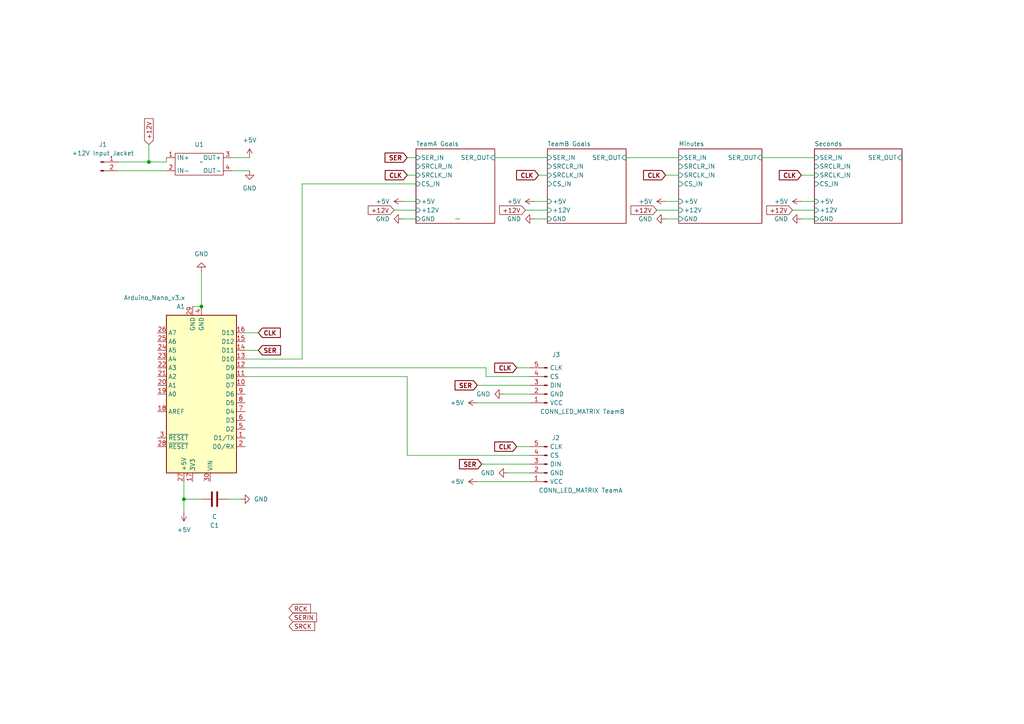
<source format=kicad_sch>
(kicad_sch (version 20230121) (generator eeschema)
  (paper "A4")
  (lib_symbols
    (symbol "Connector:Conn_01x02_Pin" (pin_names (offset 1.016) hide)
      (property "Reference" "J" (at 0 2.54 0))
      (property "Value" "Conn_01x02_Pin" (at 0 -5.08 0))
      (symbol "Conn_01x02_Pin_1_1"
        (polyline (pts (xy 1.27 -2.54) (xy 0.8636 -2.54)) (stroke (width 0.1524)))
        (polyline (pts (xy 1.27 0) (xy 0.8636 0)) (stroke (width 0.1524)))
        (rectangle (start 0.8636 -2.413) (end 0 -2.667) (stroke (width 0.1524)) (fill (type outline)))
        (rectangle (start 0.8636 0.127) (end 0 -0.127) (stroke (width 0.1524)) (fill (type outline)))
        (pin passive line (at 5.08 0 180) (length 3.81) (name "Pin_1") (number "1"))
        (pin passive line (at 5.08 -2.54 180) (length 3.81) (name "Pin_2") (number "2"))
      )
    )
    (symbol "Device:C" (pin_numbers hide) (pin_names (offset 0.254))
      (property "Reference" "C" (at 0.635 2.54 0))
      (property "Value" "C" (at 0.635 -2.54 0))
      (symbol "C_0_1"
        (polyline (pts (xy -2.032 -0.762) (xy 2.032 -0.762)) (stroke (width 0.508)))
        (polyline (pts (xy -2.032 0.762) (xy 2.032 0.762)) (stroke (width 0.508)))
      )
      (symbol "C_1_1"
        (pin passive line (at 0 3.81 270) (length 2.794) (name "~") (number "1"))
        (pin passive line (at 0 -3.81 90) (length 2.794) (name "~") (number "2"))
      )
    )
    (symbol "MCU_Module:Arduino_Nano_v3.x"
      (property "Reference" "A" (at -10.16 23.495 0))
      (property "Value" "Arduino_Nano_v3.x" (at 5.08 -24.13 0))
      (symbol "Arduino_Nano_v3.x_0_1"
        (rectangle (start -10.16 22.86) (end 10.16 -22.86) (stroke (width 0.254)) (fill (type background)))
      )
      (symbol "Arduino_Nano_v3.x_1_1"
        (pin bidirectional line (at -12.7 12.7 0) (length 2.54) (name "D1/TX") (number "1"))
        (pin bidirectional line (at -12.7 -2.54 0) (length 2.54) (name "D7") (number "10"))
        (pin bidirectional line (at -12.7 -5.08 0) (length 2.54) (name "D8") (number "11"))
        (pin bidirectional line (at -12.7 -7.62 0) (length 2.54) (name "D9") (number "12"))
        (pin bidirectional line (at -12.7 -10.16 0) (length 2.54) (name "D10") (number "13"))
        (pin bidirectional line (at -12.7 -12.7 0) (length 2.54) (name "D11") (number "14"))
        (pin bidirectional line (at -12.7 -15.24 0) (length 2.54) (name "D12") (number "15"))
        (pin bidirectional line (at -12.7 -17.78 0) (length 2.54) (name "D13") (number "16"))
        (pin power_out line (at 2.54 25.4 270) (length 2.54) (name "3V3") (number "17"))
        (pin input line (at 12.7 5.08 180) (length 2.54) (name "AREF") (number "18"))
        (pin bidirectional line (at 12.7 0 180) (length 2.54) (name "A0") (number "19"))
        (pin bidirectional line (at -12.7 15.24 0) (length 2.54) (name "D0/RX") (number "2"))
        (pin bidirectional line (at 12.7 -2.54 180) (length 2.54) (name "A1") (number "20"))
        (pin bidirectional line (at 12.7 -5.08 180) (length 2.54) (name "A2") (number "21"))
        (pin bidirectional line (at 12.7 -7.62 180) (length 2.54) (name "A3") (number "22"))
        (pin bidirectional line (at 12.7 -10.16 180) (length 2.54) (name "A4") (number "23"))
        (pin bidirectional line (at 12.7 -12.7 180) (length 2.54) (name "A5") (number "24"))
        (pin bidirectional line (at 12.7 -15.24 180) (length 2.54) (name "A6") (number "25"))
        (pin bidirectional line (at 12.7 -17.78 180) (length 2.54) (name "A7") (number "26"))
        (pin power_out line (at 5.08 25.4 270) (length 2.54) (name "+5V") (number "27"))
        (pin input line (at 12.7 15.24 180) (length 2.54) (name "~{RESET}") (number "28"))
        (pin power_in line (at 2.54 -25.4 90) (length 2.54) (name "GND") (number "29"))
        (pin input line (at 12.7 12.7 180) (length 2.54) (name "~{RESET}") (number "3"))
        (pin power_in line (at -2.54 25.4 270) (length 2.54) (name "VIN") (number "30"))
        (pin power_in line (at 0 -25.4 90) (length 2.54) (name "GND") (number "4"))
        (pin bidirectional line (at -12.7 10.16 0) (length 2.54) (name "D2") (number "5"))
        (pin bidirectional line (at -12.7 7.62 0) (length 2.54) (name "D3") (number "6"))
        (pin bidirectional line (at -12.7 5.08 0) (length 2.54) (name "D4") (number "7"))
        (pin bidirectional line (at -12.7 2.54 0) (length 2.54) (name "D5") (number "8"))
        (pin bidirectional line (at -12.7 0 0) (length 2.54) (name "D6") (number "9"))
      )
    )
    (symbol "Polpoboard:CONN_LED_MATRIX" (pin_names (offset 2))
      (property "Reference" "J" (at 0 7.62 0))
      (property "Value" "CONN_LED_MATRIX" (at 0 -7.62 0))
      (symbol "CONN_LED_MATRIX_1_1"
        (rectangle (start 0 -4.953) (end 0.8636 -5.207) (stroke (width 0.1524)) (fill (type outline)))
        (polyline (pts (xy 1.27 -5.08) (xy 0.8636 -5.08)) (stroke (width 0.1524)))
        (polyline (pts (xy 1.27 -2.54) (xy 0.8636 -2.54)) (stroke (width 0.1524)))
        (polyline (pts (xy 1.27 0) (xy 0.8636 0)) (stroke (width 0.1524)))
        (polyline (pts (xy 1.27 2.54) (xy 0.8636 2.54)) (stroke (width 0.1524)))
        (polyline (pts (xy 1.27 5.08) (xy 0.8636 5.08)) (stroke (width 0.1524)))
        (rectangle (start 0 5.207) (end 0.8636 4.953) (stroke (width 0.1524)) (fill (type outline)))
        (rectangle (start 0.8636 -2.413) (end 0 -2.667) (stroke (width 0.1524)) (fill (type outline)))
        (rectangle (start 0.8636 0.127) (end 0 -0.127) (stroke (width 0.1524)) (fill (type outline)))
        (rectangle (start 0.8636 2.667) (end 0 2.413) (stroke (width 0.1524)) (fill (type outline)))
        (pin passive line (at 5.08 5.08 180) (length 3.81) (name "VCC") (number "1"))
        (pin passive line (at 5.08 2.54 180) (length 3.81) (name "GND") (number "2"))
        (pin passive line (at 5.08 0 180) (length 3.81) (name "DIN") (number "3"))
        (pin passive line (at 5.08 -2.54 180) (length 3.81) (name "CS") (number "4"))
        (pin passive line (at 5.08 -5.08 180) (length 3.81) (name "CLK") (number "5"))
      )
    )
    (symbol "Projektbauteile:XL4015_Step-Down-Module"
      (property "Reference" "U" (at -6.35 3.81 0))
      (symbol "XL4015_Step-Down-Module_0_1"
        (rectangle (start -7.62 2.54) (end 6.35 -3.81))
      )
      (symbol "XL4015_Step-Down-Module_1_1"
        (pin power_in line (at -10.16 1.27 0) (length 2.54) (name "IN+") (number "1"))
        (pin power_in line (at -10.16 -2.54 0) (length 2.54) (name "IN-") (number "2"))
        (pin power_out line (at 8.89 1.27 180) (length 2.54) (name "OUT+") (number "3"))
        (pin power_out line (at 8.89 -2.54 180) (length 2.54) (name "OUT-") (number "4"))
      )
    )
    (symbol "power:+5V" (power) (pin_names (offset 0))
      (property "Value" "+5V" (at 0 3.556 0))
      (symbol "+5V_0_1"
        (polyline (pts (xy -0.762 1.27) (xy 0 2.54)))
        (polyline (pts (xy 0 0) (xy 0 2.54)))
        (polyline (pts (xy 0 2.54) (xy 0.762 1.27)))
      )
      (symbol "+5V_1_1"
        (pin power_in line (at 0 0 90) (length 0) hide (name "+5V") (number "1"))
      )
    )
    (symbol "power:GND" (power) (pin_names (offset 0))
      (property "Value" "GND" (at 0 -3.81 0))
      (symbol "GND_0_1"
        (polyline (pts (xy 0 0) (xy 0 -1.27) (xy 1.27 -1.27) (xy 0 -2.54) (xy -1.27 -1.27) (xy 0 -1.27)))
      )
      (symbol "GND_1_1"
        (pin power_in line (at 0 0 270) (length 0) hide (name "GND") (number "1"))
      )
    )
  )
  (junction (at 58.42 88.9))
  (junction (at 53.34 144.78))
  (junction (at 43.18 46.99))
  (wire (pts (xy 132.08 63.5) (xy 133.35 63.5)))
  (wire (pts (xy 116.84 58.42) (xy 120.65 58.42)))
  (wire (pts (xy 140.97 106.68) (xy 140.97 109.22)))
  (wire (pts (xy 120.65 53.34) (xy 87.63 53.34)))
  (wire (pts (xy 69.85 144.78) (xy 66.04 144.78)))
  (wire (pts (xy 143.51 45.72) (xy 158.75 45.72)))
  (wire (pts (xy 193.04 63.5) (xy 196.85 63.5)))
  (wire (pts (xy 87.63 53.34) (xy 87.63 104.14)))
  (wire (pts (xy 114.3 60.96) (xy 120.65 60.96)))
  (wire (pts (xy 53.34 144.78) (xy 53.34 139.7)))
  (wire (pts (xy 138.43 116.84) (xy 153.67 116.84)))
  (wire (pts (xy 71.12 106.68) (xy 140.97 106.68)))
  (wire (pts (xy 53.34 148.59) (xy 53.34 144.78)))
  (wire (pts (xy 190.5 60.96) (xy 196.85 60.96)))
  (wire (pts (xy 43.18 41.91) (xy 43.18 46.99)))
  (wire (pts (xy 71.12 96.52) (xy 74.93 96.52)))
  (wire (pts (xy 34.29 49.53) (xy 48.26 49.53)))
  (wire (pts (xy 58.42 88.9) (xy 55.88 88.9)))
  (wire (pts (xy 156.21 50.8) (xy 158.75 50.8)))
  (wire (pts (xy 43.18 46.99) (xy 48.26 46.99)))
  (wire (pts (xy 34.29 46.99) (xy 43.18 46.99)))
  (wire (pts (xy 118.11 132.08) (xy 153.67 132.08)))
  (wire (pts (xy 232.41 50.8) (xy 236.22 50.8)))
  (wire (pts (xy 149.86 129.54) (xy 153.67 129.54)))
  (wire (pts (xy 220.98 45.72) (xy 236.22 45.72)))
  (wire (pts (xy 87.63 104.14) (xy 71.12 104.14)))
  (wire (pts (xy 139.7 134.62) (xy 153.67 134.62)))
  (wire (pts (xy 138.43 139.7) (xy 153.67 139.7)))
  (wire (pts (xy 181.61 45.72) (xy 196.85 45.72)))
  (wire (pts (xy 193.04 58.42) (xy 196.85 58.42)))
  (wire (pts (xy 138.43 111.76) (xy 153.67 111.76)))
  (wire (pts (xy 67.31 49.53) (xy 72.39 49.53)))
  (wire (pts (xy 118.11 50.8) (xy 120.65 50.8)))
  (wire (pts (xy 229.87 60.96) (xy 236.22 60.96)))
  (wire (pts (xy 118.11 45.72) (xy 120.65 45.72)))
  (wire (pts (xy 154.94 58.42) (xy 158.75 58.42)))
  (wire (pts (xy 154.94 63.5) (xy 158.75 63.5)))
  (wire (pts (xy 152.4 60.96) (xy 158.75 60.96)))
  (wire (pts (xy 48.26 46.99) (xy 48.26 45.72)))
  (wire (pts (xy 67.31 45.72) (xy 72.39 45.72)))
  (wire (pts (xy 58.42 88.9) (xy 58.42 78.74)))
  (wire (pts (xy 147.32 137.16) (xy 153.67 137.16)))
  (wire (pts (xy 140.97 109.22) (xy 153.67 109.22)))
  (wire (pts (xy 118.11 109.22) (xy 118.11 132.08)))
  (wire (pts (xy 193.04 50.8) (xy 196.85 50.8)))
  (wire (pts (xy 232.41 58.42) (xy 236.22 58.42)))
  (wire (pts (xy 58.42 144.78) (xy 53.34 144.78)))
  (wire (pts (xy 116.84 63.5) (xy 120.65 63.5)))
  (wire (pts (xy 71.12 101.6) (xy 74.93 101.6)))
  (wire (pts (xy 71.12 109.22) (xy 118.11 109.22)))
  (wire (pts (xy 146.05 114.3) (xy 153.67 114.3)))
  (wire (pts (xy 149.86 106.68) (xy 153.67 106.68)))
  (wire (pts (xy 232.41 63.5) (xy 236.22 63.5)))
  (global_label "+12V" (shape input) (at 229.87 60.96 180) (property "Intersheetrefs" "${INTERSHEET_REFS}" (effects hide)))
  (global_label "SER" (shape input) (at 118.11 45.72 180) (effects (font bold)) (property "Intersheetrefs" "${INTERSHEET_REFS}" (effects hide)))
  (global_label "+12V" (shape input) (at 190.5 60.96 180) (property "Intersheetrefs" "${INTERSHEET_REFS}" (effects hide)))
  (global_label "CLK" (shape input) (at 193.04 50.8 180) (effects (font bold)) (property "Intersheetrefs" "${INTERSHEET_REFS}" (effects hide)))
  (global_label "+12V" (shape input) (at 114.3 60.96 180) (property "Intersheetrefs" "${INTERSHEET_REFS}" (effects hide)))
  (global_label "+12V" (shape input) (at 152.4 60.96 180) (property "Intersheetrefs" "${INTERSHEET_REFS}" (effects hide)))
  (global_label "CLK" (shape input) (at 149.86 129.54 180) (effects (font bold)) (property "Intersheetrefs" "${INTERSHEET_REFS}" (effects hide)))
  (global_label "+12V" (shape input) (at 43.18 41.91 90) (property "Intersheetrefs" "${INTERSHEET_REFS}" (effects hide)))
  (global_label "CLK" (shape input) (at 74.93 96.52 0) (effects (font bold)) (property "Intersheetrefs" "${INTERSHEET_REFS}" (effects hide)))
  (global_label "SRCK" (shape input) (at 83.82 181.61 0) (property "Intersheetrefs" "${INTERSHEET_REFS}" (effects hide)))
  (global_label "CLK" (shape input) (at 118.11 50.8 180) (effects (font bold)) (property "Intersheetrefs" "${INTERSHEET_REFS}" (effects hide)))
  (global_label "CLK" (shape input) (at 156.21 50.8 180) (effects (font bold)) (property "Intersheetrefs" "${INTERSHEET_REFS}" (effects hide)))
  (global_label "SERIN" (shape input) (at 83.82 179.07 0) (property "Intersheetrefs" "${INTERSHEET_REFS}" (effects hide)))
  (global_label "SER" (shape input) (at 138.43 111.76 180) (effects (font bold)) (property "Intersheetrefs" "${INTERSHEET_REFS}" (effects hide)))
  (global_label "CLK" (shape input) (at 149.86 106.68 180) (effects (font bold)) (property "Intersheetrefs" "${INTERSHEET_REFS}" (effects hide)))
  (global_label "SER" (shape input) (at 74.93 101.6 0) (effects (font bold)) (property "Intersheetrefs" "${INTERSHEET_REFS}" (effects hide)))
  (global_label "CLK" (shape input) (at 232.41 50.8 180) (effects (font bold)) (property "Intersheetrefs" "${INTERSHEET_REFS}" (effects hide)))
  (global_label "SER" (shape input) (at 139.7 134.62 180) (effects (font bold)) (property "Intersheetrefs" "${INTERSHEET_REFS}" (effects hide)))
  (global_label "RCK" (shape input) (at 83.82 176.53 0) (property "Intersheetrefs" "${INTERSHEET_REFS}" (effects hide)))
  (symbol (lib_id "power:GND") (at 193.04 63.5 270) (unit 1)
    (property "Reference" "#PWR015" (effects hide))
    (property "Value" "GND" (at 189.23 63.5 90) (effects (justify right)))
  )
  (symbol (lib_id "power:GND") (at 154.94 63.5 270) (unit 1)
    (property "Reference" "#PWR013" (effects hide))
    (property "Value" "GND" (at 151.13 63.5 90) (effects (justify right)))
  )
  (symbol (lib_id "power:GND") (at 116.84 63.5 270) (unit 1)
    (property "Reference" "#PWR010" (effects hide))
    (property "Value" "GND" (at 113.03 63.5 90) (effects (justify right)))
  )
  (symbol (lib_id "power:+5V") (at 72.39 45.72 0) (unit 1)
    (property "Reference" "#PWR04" (effects hide))
    (property "Value" "+5V" (at 72.39 40.64 0))
  )
  (symbol (lib_id "power:+5V") (at 154.94 58.42 90) (unit 1)
    (property "Reference" "#PWR012" (effects hide))
    (property "Value" "+5V" (at 151.13 58.42 90) (effects (justify left)))
  )
  (symbol (lib_id "Polpoboard:CONN_LED_MATRIX") (at 158.75 134.62 180) (unit 1)
    (property "Reference" "J2" (at 160.02 127 0) (effects (justify right)))
    (property "Value" "CONN_LED_MATRIX TeamA" (at 156.21 142.24 0) (effects (justify right)))
  )
  (symbol (lib_id "power:+5V") (at 53.34 148.59 180) (unit 1)
    (property "Reference" "#PWR03" (effects hide))
    (property "Value" "+5V" (at 53.34 153.67 0))
  )
  (symbol (lib_id "power:+5V") (at 138.43 116.84 90) (unit 1)
    (property "Reference" "#PWR07" (effects hide))
    (property "Value" "+5V" (at 134.62 116.84 90) (effects (justify left)))
  )
  (symbol (lib_id "power:GND") (at 232.41 63.5 270) (unit 1)
    (property "Reference" "#PWR017" (effects hide))
    (property "Value" "GND" (at 228.6 63.5 90) (effects (justify right)))
  )
  (symbol (lib_id "Polpoboard:CONN_LED_MATRIX") (at 158.75 111.76 180) (unit 1)
    (property "Reference" "J3" (at 161.29 102.87 0))
    (property "Value" "CONN_LED_MATRIX TeamB" (at 168.91 119.38 0))
  )
  (symbol (lib_id "power:+5V") (at 138.43 139.7 90) (unit 1)
    (property "Reference" "#PWR08" (effects hide))
    (property "Value" "+5V" (at 134.62 139.7 90) (effects (justify left)))
  )
  (symbol (lib_id "MCU_Module:Arduino_Nano_v3.x") (at 58.42 114.3 180) (unit 1)
    (property "Reference" "A1" (at 53.6859 88.9 0) (effects (justify left)))
    (property "Value" "Arduino_Nano_v3.x" (at 53.6859 86.36 0) (effects (justify left)))
    (property "Footprint" "Module:Arduino_Nano" (effects hide))
    (property "Datasheet" "http://www.mouser.com/pdfdocs/Gravitech_Arduino_Nano3_0.pdf" (effects hide))
  )
  (symbol (lib_id "Device:C") (at 62.23 144.78 270) (unit 1)
    (property "Reference" "C1" (at 62.23 152.4 90))
    (property "Value" "C" (at 62.23 149.86 90))
  )
  (symbol (lib_id "power:+5V") (at 116.84 58.42 90) (unit 1)
    (property "Reference" "#PWR011" (effects hide))
    (property "Value" "+5V" (at 113.03 58.42 90) (effects (justify left)))
  )
  (symbol (lib_id "power:GND") (at 69.85 144.78 90) (unit 1)
    (property "Reference" "#PWR01" (effects hide))
    (property "Value" "GND" (at 73.66 144.78 90) (effects (justify right)))
  )
  (symbol (lib_id "power:GND") (at 146.05 114.3 270) (unit 1)
    (property "Reference" "#PWR06" (effects hide))
    (property "Value" "GND" (at 142.24 114.3 90) (effects (justify right)))
  )
  (symbol (lib_id "power:GND") (at 72.39 49.53 0) (unit 1)
    (property "Reference" "#PWR05" (effects hide))
    (property "Value" "GND" (at 72.39 54.61 0))
  )
  (symbol (lib_id "power:+5V") (at 193.04 58.42 90) (unit 1)
    (property "Reference" "#PWR014" (effects hide))
    (property "Value" "+5V" (at 189.23 58.42 90) (effects (justify left)))
  )
  (symbol (lib_id "power:GND") (at 58.42 78.74 180) (unit 1)
    (property "Reference" "#PWR02" (effects hide))
    (property "Value" "GND" (at 58.42 73.66 0))
  )
  (symbol (lib_id "power:GND") (at 147.32 137.16 270) (unit 1)
    (property "Reference" "#PWR09" (effects hide))
    (property "Value" "GND" (at 143.51 137.16 90) (effects (justify right)))
  )
  (symbol (lib_id "Projektbauteile:XL4015_Step-Down-Module") (at 58.42 46.99 0) (unit 1)
    (property "Reference" "U1" (at 57.785 41.91 0))
    (property "Value" "~" (at 58.42 46.99 0))
  )
  (symbol (lib_id "Connector:Conn_01x02_Pin") (at 29.21 46.99 0) (unit 1)
    (property "Reference" "J1" (at 29.845 41.91 0))
    (property "Value" "+12V Input Jacket" (at 29.845 44.45 0))
  )
  (symbol (lib_id "power:+5V") (at 232.41 58.42 90) (unit 1)
    (property "Reference" "#PWR016" (effects hide))
    (property "Value" "+5V" (at 228.6 58.42 90) (effects (justify left)))
  )
  (sheet (at 196.85 43.18) (size 24.13 21.59) (stroke (width 0.1524))
    (property "Sheetname" "Minutes" (at 196.85 42.4684 0) (effects (justify left bottom)))
    (property "Sheetfile" "LED_doubleDigit_sch.kicad_sch" (effects hide))
    (pin "+12V" input (at 196.85 60.96 180))
    (pin "+5V" input (at 196.85 58.42 180))
    (pin "SER_OUT" input (at 220.98 45.72 0))
    (pin "CS_IN" input (at 196.85 53.34 180))
    (pin "SRCLK_IN" input (at 196.85 50.8 180))
    (pin "SRCLR_IN" input (at 196.85 48.26 180))
    (pin "GND" input (at 196.85 63.5 180))
    (pin "SER_IN" input (at 196.85 45.72 180))
  )
  (sheet (at 236.22 43.18) (size 25.4 21.59) (stroke (width 0.1524))
    (property "Sheetname" "Seconds" (at 236.22 42.4684 0) (effects (justify left bottom)))
    (property "Sheetfile" "LED_doubleDigit_sch.kicad_sch" (effects hide))
    (pin "+12V" input (at 236.22 60.96 180))
    (pin "+5V" input (at 236.22 58.42 180))
    (pin "SER_OUT" input (at 261.62 45.72 0))
    (pin "CS_IN" input (at 236.22 53.34 180))
    (pin "SRCLK_IN" input (at 236.22 50.8 180))
    (pin "SRCLR_IN" input (at 236.22 48.26 180))
    (pin "GND" input (at 236.22 63.5 180))
    (pin "SER_IN" input (at 236.22 45.72 180))
  )
  (sheet (at 158.75 43.18) (size 22.86 21.59) (stroke (width 0.1524))
    (property "Sheetname" "TeamB Goals" (at 158.75 42.4684 0) (effects (justify left bottom)))
    (property "Sheetfile" "LED_doubleDigit_sch.kicad_sch" (effects hide))
    (pin "+12V" input (at 158.75 60.96 180))
    (pin "+5V" input (at 158.75 58.42 180))
    (pin "SER_OUT" input (at 181.61 45.72 0))
    (pin "CS_IN" input (at 158.75 53.34 180))
    (pin "SRCLK_IN" input (at 158.75 50.8 180))
    (pin "SRCLR_IN" input (at 158.75 48.26 180))
    (pin "GND" input (at 158.75 63.5 180))
    (pin "SER_IN" input (at 158.75 45.72 180))
  )
  (sheet (at 120.65 43.18) (size 22.86 21.59) (stroke (width 0.1524))
    (property "Sheetname" "TeamA Goals" (at 120.65 42.4684 0) (effects (justify left bottom)))
    (property "Sheetfile" "LED_doubleDigit_sch.kicad_sch" (effects hide))
    (pin "SER_OUT" input (at 143.51 45.72 0))
    (pin "SRCLR_IN" input (at 120.65 48.26 180))
    (pin "SRCLK_IN" input (at 120.65 50.8 180))
    (pin "CS_IN" input (at 120.65 53.34 180))
    (pin "+12V" input (at 120.65 60.96 180))
    (pin "SER_IN" input (at 120.65 45.72 180))
    (pin "GND" input (at 120.65 63.5 180))
    (pin "+5V" input (at 120.65 58.42 180))
  )
)
</source>
